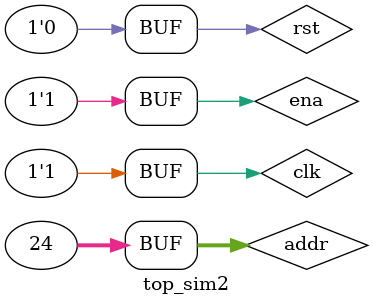
<source format=v>
`timescale 1ns / 1ps

module top_sim2();
    reg clk=0,rst=0;
    wire[31:0] IR;
    wire[2:0] aluctrl;
    wire memtoreg,memwrite,alusrc,regdst,regwrite,branch,jump;
    
    reg ena=1;
    reg[31:0] addr=0;
    IR_ROM gate3(clk,rst,ena,addr,IR);
    controller gate4(IR[31:26],IR[5:0],aluctrl,memtoreg,memwrite,alusrc,regdst,regwrite,branch,jump);
    
//    always #20 begin
//        clk<=~clk;
//        addr<=addr+0.5;
//    end
    initial begin
        #30 clk=1;addr=4;
        #30 clk=0;
        #30 clk=1;addr=8;
        #30 clk=0;
        #30 clk=1;addr=12;
        #30 clk=0;
        #30 clk=1;addr=16;
        #30 clk=0;
        #30 clk=1;addr=20;
        #30 clk=0;
        #30 clk=1;addr=24;
//        #30 clk=0;
//        #30 clk=1;addr=12;
//        #30 clk=0;
//        #30 clk=1;addr=13;
//        #30 clk=0;
//        #30 clk=1;addr=14;
//        #30 clk=0;
//        #30 clk=1;addr=15;
//        #30 clk=0;
//        #30 clk=1;addr=16;
//        #30 clk=0;
    end
    
    
endmodule

</source>
